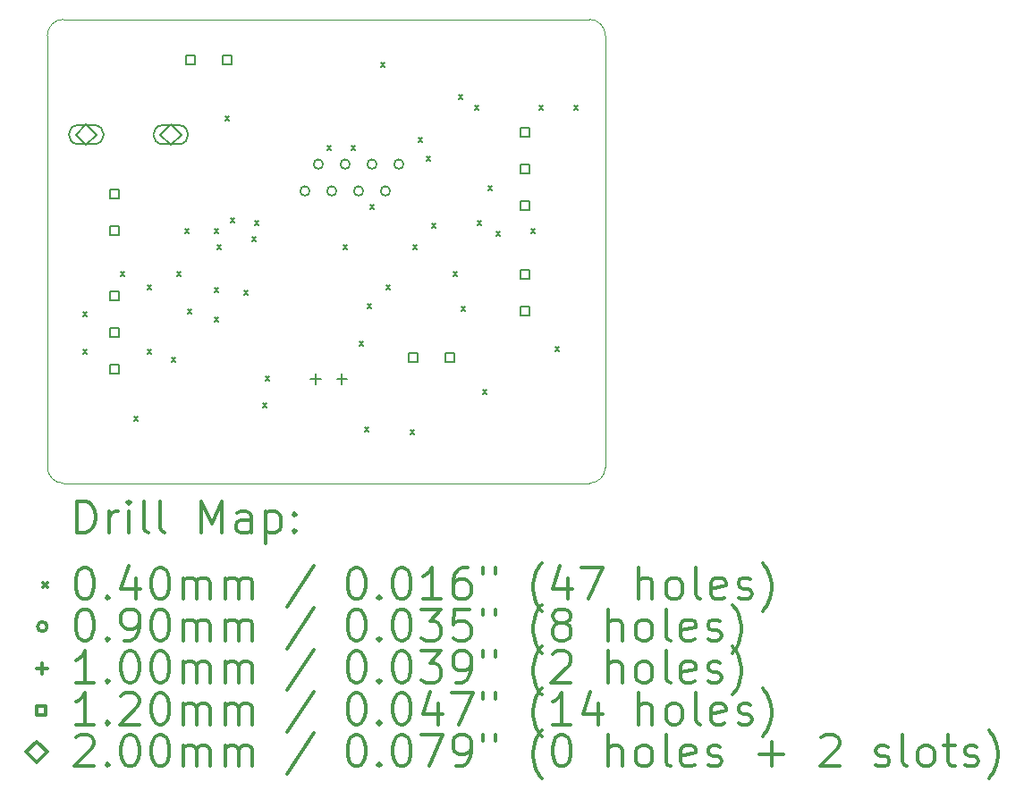
<source format=gbr>
%FSLAX45Y45*%
G04 Gerber Fmt 4.5, Leading zero omitted, Abs format (unit mm)*
G04 Created by KiCad (PCBNEW (5.1.4)-1) date 2021-10-25 09:37:41*
%MOMM*%
%LPD*%
G04 APERTURE LIST*
%ADD10C,0.050000*%
%ADD11C,0.200000*%
%ADD12C,0.300000*%
G04 APERTURE END LIST*
D10*
X8991600Y-9296400D02*
G75*
G02X8839200Y-9144000I0J152400D01*
G01*
X8839200Y-5054600D02*
G75*
G02X8991600Y-4902200I152400J0D01*
G01*
X13970000Y-4902200D02*
G75*
G02X14122400Y-5054600I0J-152400D01*
G01*
X14122400Y-9144000D02*
G75*
G02X13970000Y-9296400I-152400J0D01*
G01*
X8839200Y-9144000D02*
X8839200Y-5054600D01*
X13970000Y-9296400D02*
X8991600Y-9296400D01*
X14122400Y-5054600D02*
X14122400Y-9144000D01*
X8991600Y-4902200D02*
X13970000Y-4902200D01*
D11*
X9174800Y-7676200D02*
X9214800Y-7716200D01*
X9214800Y-7676200D02*
X9174800Y-7716200D01*
X9174800Y-8031800D02*
X9214800Y-8071800D01*
X9214800Y-8031800D02*
X9174800Y-8071800D01*
X9530400Y-7295200D02*
X9570400Y-7335200D01*
X9570400Y-7295200D02*
X9530400Y-7335200D01*
X9657400Y-8666800D02*
X9697400Y-8706800D01*
X9697400Y-8666800D02*
X9657400Y-8706800D01*
X9784400Y-7422200D02*
X9824400Y-7462200D01*
X9824400Y-7422200D02*
X9784400Y-7462200D01*
X9784400Y-8031800D02*
X9824400Y-8071800D01*
X9824400Y-8031800D02*
X9784400Y-8071800D01*
X10013000Y-8108000D02*
X10053000Y-8148000D01*
X10053000Y-8108000D02*
X10013000Y-8148000D01*
X10063800Y-7295200D02*
X10103800Y-7335200D01*
X10103800Y-7295200D02*
X10063800Y-7335200D01*
X10140000Y-6888800D02*
X10180000Y-6928800D01*
X10180000Y-6888800D02*
X10140000Y-6928800D01*
X10165400Y-7650800D02*
X10205400Y-7690800D01*
X10205400Y-7650800D02*
X10165400Y-7690800D01*
X10419400Y-6888800D02*
X10459400Y-6928800D01*
X10459400Y-6888800D02*
X10419400Y-6928800D01*
X10419400Y-7447600D02*
X10459400Y-7487600D01*
X10459400Y-7447600D02*
X10419400Y-7487600D01*
X10419400Y-7727000D02*
X10459400Y-7767000D01*
X10459400Y-7727000D02*
X10419400Y-7767000D01*
X10444800Y-7041200D02*
X10484800Y-7081200D01*
X10484800Y-7041200D02*
X10444800Y-7081200D01*
X10521000Y-5822000D02*
X10561000Y-5862000D01*
X10561000Y-5822000D02*
X10521000Y-5862000D01*
X10571800Y-6787200D02*
X10611800Y-6827200D01*
X10611800Y-6787200D02*
X10571800Y-6827200D01*
X10698800Y-7473000D02*
X10738800Y-7513000D01*
X10738800Y-7473000D02*
X10698800Y-7513000D01*
X10775000Y-6965000D02*
X10815000Y-7005000D01*
X10815000Y-6965000D02*
X10775000Y-7005000D01*
X10800400Y-6812600D02*
X10840400Y-6852600D01*
X10840400Y-6812600D02*
X10800400Y-6852600D01*
X10876600Y-8539800D02*
X10916600Y-8579800D01*
X10916600Y-8539800D02*
X10876600Y-8579800D01*
X10902000Y-8285800D02*
X10942000Y-8325800D01*
X10942000Y-8285800D02*
X10902000Y-8325800D01*
X11486200Y-6101400D02*
X11526200Y-6141400D01*
X11526200Y-6101400D02*
X11486200Y-6141400D01*
X11638600Y-7041200D02*
X11678600Y-7081200D01*
X11678600Y-7041200D02*
X11638600Y-7081200D01*
X11714800Y-6101400D02*
X11754800Y-6141400D01*
X11754800Y-6101400D02*
X11714800Y-6141400D01*
X11791000Y-7955600D02*
X11831000Y-7995600D01*
X11831000Y-7955600D02*
X11791000Y-7995600D01*
X11841800Y-8768400D02*
X11881800Y-8808400D01*
X11881800Y-8768400D02*
X11841800Y-8808400D01*
X11867200Y-7600000D02*
X11907200Y-7640000D01*
X11907200Y-7600000D02*
X11867200Y-7640000D01*
X11892600Y-6660200D02*
X11932600Y-6700200D01*
X11932600Y-6660200D02*
X11892600Y-6700200D01*
X11994200Y-5314000D02*
X12034200Y-5354000D01*
X12034200Y-5314000D02*
X11994200Y-5354000D01*
X12045000Y-7422200D02*
X12085000Y-7462200D01*
X12085000Y-7422200D02*
X12045000Y-7462200D01*
X12273600Y-8793800D02*
X12313600Y-8833800D01*
X12313600Y-8793800D02*
X12273600Y-8833800D01*
X12299000Y-7041200D02*
X12339000Y-7081200D01*
X12339000Y-7041200D02*
X12299000Y-7081200D01*
X12349800Y-6025200D02*
X12389800Y-6065200D01*
X12389800Y-6025200D02*
X12349800Y-6065200D01*
X12426000Y-6203000D02*
X12466000Y-6243000D01*
X12466000Y-6203000D02*
X12426000Y-6243000D01*
X12476800Y-6838000D02*
X12516800Y-6878000D01*
X12516800Y-6838000D02*
X12476800Y-6878000D01*
X12680000Y-7295200D02*
X12720000Y-7335200D01*
X12720000Y-7295200D02*
X12680000Y-7335200D01*
X12730800Y-5618800D02*
X12770800Y-5658800D01*
X12770800Y-5618800D02*
X12730800Y-5658800D01*
X12756200Y-7625400D02*
X12796200Y-7665400D01*
X12796200Y-7625400D02*
X12756200Y-7665400D01*
X12883200Y-5720400D02*
X12923200Y-5760400D01*
X12923200Y-5720400D02*
X12883200Y-5760400D01*
X12908600Y-6812600D02*
X12948600Y-6852600D01*
X12948600Y-6812600D02*
X12908600Y-6852600D01*
X12959400Y-8412800D02*
X12999400Y-8452800D01*
X12999400Y-8412800D02*
X12959400Y-8452800D01*
X13010200Y-6482400D02*
X13050200Y-6522400D01*
X13050200Y-6482400D02*
X13010200Y-6522400D01*
X13086400Y-6914200D02*
X13126400Y-6954200D01*
X13126400Y-6914200D02*
X13086400Y-6954200D01*
X13416600Y-6888800D02*
X13456600Y-6928800D01*
X13456600Y-6888800D02*
X13416600Y-6928800D01*
X13492800Y-5720400D02*
X13532800Y-5760400D01*
X13532800Y-5720400D02*
X13492800Y-5760400D01*
X13645200Y-8006400D02*
X13685200Y-8046400D01*
X13685200Y-8006400D02*
X13645200Y-8046400D01*
X13823000Y-5720400D02*
X13863000Y-5760400D01*
X13863000Y-5720400D02*
X13823000Y-5760400D01*
X11322600Y-6527800D02*
G75*
G03X11322600Y-6527800I-45000J0D01*
G01*
X11449600Y-6273800D02*
G75*
G03X11449600Y-6273800I-45000J0D01*
G01*
X11576600Y-6527800D02*
G75*
G03X11576600Y-6527800I-45000J0D01*
G01*
X11703600Y-6273800D02*
G75*
G03X11703600Y-6273800I-45000J0D01*
G01*
X11830600Y-6527800D02*
G75*
G03X11830600Y-6527800I-45000J0D01*
G01*
X11957600Y-6273800D02*
G75*
G03X11957600Y-6273800I-45000J0D01*
G01*
X12084600Y-6527800D02*
G75*
G03X12084600Y-6527800I-45000J0D01*
G01*
X12211600Y-6273800D02*
G75*
G03X12211600Y-6273800I-45000J0D01*
G01*
X11379200Y-8255800D02*
X11379200Y-8355800D01*
X11329200Y-8305800D02*
X11429200Y-8305800D01*
X11629200Y-8255800D02*
X11629200Y-8355800D01*
X11579200Y-8305800D02*
X11679200Y-8305800D01*
X13402827Y-7357627D02*
X13402827Y-7272773D01*
X13317973Y-7272773D01*
X13317973Y-7357627D01*
X13402827Y-7357627D01*
X13402827Y-7707627D02*
X13402827Y-7622773D01*
X13317973Y-7622773D01*
X13317973Y-7707627D01*
X13402827Y-7707627D01*
X10233427Y-5325627D02*
X10233427Y-5240773D01*
X10148573Y-5240773D01*
X10148573Y-5325627D01*
X10233427Y-5325627D01*
X10583427Y-5325627D02*
X10583427Y-5240773D01*
X10498573Y-5240773D01*
X10498573Y-5325627D01*
X10583427Y-5325627D01*
X12341627Y-8145027D02*
X12341627Y-8060173D01*
X12256773Y-8060173D01*
X12256773Y-8145027D01*
X12341627Y-8145027D01*
X12691627Y-8145027D02*
X12691627Y-8060173D01*
X12606773Y-8060173D01*
X12606773Y-8145027D01*
X12691627Y-8145027D01*
X9516627Y-6595627D02*
X9516627Y-6510773D01*
X9431773Y-6510773D01*
X9431773Y-6595627D01*
X9516627Y-6595627D01*
X9516627Y-6945627D02*
X9516627Y-6860773D01*
X9431773Y-6860773D01*
X9431773Y-6945627D01*
X9516627Y-6945627D01*
X13402827Y-6011427D02*
X13402827Y-5926573D01*
X13317973Y-5926573D01*
X13317973Y-6011427D01*
X13402827Y-6011427D01*
X13402827Y-6361427D02*
X13402827Y-6276573D01*
X13317973Y-6276573D01*
X13317973Y-6361427D01*
X13402827Y-6361427D01*
X13402827Y-6711427D02*
X13402827Y-6626573D01*
X13317973Y-6626573D01*
X13317973Y-6711427D01*
X13402827Y-6711427D01*
X9516627Y-7560827D02*
X9516627Y-7475973D01*
X9431773Y-7475973D01*
X9431773Y-7560827D01*
X9516627Y-7560827D01*
X9516627Y-7910827D02*
X9516627Y-7825973D01*
X9431773Y-7825973D01*
X9431773Y-7910827D01*
X9516627Y-7910827D01*
X9516627Y-8260827D02*
X9516627Y-8175973D01*
X9431773Y-8175973D01*
X9431773Y-8260827D01*
X9516627Y-8260827D01*
X9207600Y-6094400D02*
X9307600Y-5994400D01*
X9207600Y-5894400D01*
X9107600Y-5994400D01*
X9207600Y-6094400D01*
X9282600Y-5904400D02*
X9132600Y-5904400D01*
X9282600Y-6084400D02*
X9132600Y-6084400D01*
X9132600Y-5904400D02*
G75*
G03X9132600Y-6084400I0J-90000D01*
G01*
X9282600Y-6084400D02*
G75*
G03X9282600Y-5904400I0J90000D01*
G01*
X10007600Y-6094400D02*
X10107600Y-5994400D01*
X10007600Y-5894400D01*
X9907600Y-5994400D01*
X10007600Y-6094400D01*
X10082600Y-5904400D02*
X9932600Y-5904400D01*
X10082600Y-6084400D02*
X9932600Y-6084400D01*
X9932600Y-5904400D02*
G75*
G03X9932600Y-6084400I0J-90000D01*
G01*
X10082600Y-6084400D02*
G75*
G03X10082600Y-5904400I0J90000D01*
G01*
D12*
X9123128Y-9764614D02*
X9123128Y-9464614D01*
X9194557Y-9464614D01*
X9237414Y-9478900D01*
X9265986Y-9507472D01*
X9280271Y-9536043D01*
X9294557Y-9593186D01*
X9294557Y-9636043D01*
X9280271Y-9693186D01*
X9265986Y-9721757D01*
X9237414Y-9750329D01*
X9194557Y-9764614D01*
X9123128Y-9764614D01*
X9423128Y-9764614D02*
X9423128Y-9564614D01*
X9423128Y-9621757D02*
X9437414Y-9593186D01*
X9451700Y-9578900D01*
X9480271Y-9564614D01*
X9508843Y-9564614D01*
X9608843Y-9764614D02*
X9608843Y-9564614D01*
X9608843Y-9464614D02*
X9594557Y-9478900D01*
X9608843Y-9493186D01*
X9623128Y-9478900D01*
X9608843Y-9464614D01*
X9608843Y-9493186D01*
X9794557Y-9764614D02*
X9765986Y-9750329D01*
X9751700Y-9721757D01*
X9751700Y-9464614D01*
X9951700Y-9764614D02*
X9923128Y-9750329D01*
X9908843Y-9721757D01*
X9908843Y-9464614D01*
X10294557Y-9764614D02*
X10294557Y-9464614D01*
X10394557Y-9678900D01*
X10494557Y-9464614D01*
X10494557Y-9764614D01*
X10765986Y-9764614D02*
X10765986Y-9607472D01*
X10751700Y-9578900D01*
X10723128Y-9564614D01*
X10665986Y-9564614D01*
X10637414Y-9578900D01*
X10765986Y-9750329D02*
X10737414Y-9764614D01*
X10665986Y-9764614D01*
X10637414Y-9750329D01*
X10623128Y-9721757D01*
X10623128Y-9693186D01*
X10637414Y-9664614D01*
X10665986Y-9650329D01*
X10737414Y-9650329D01*
X10765986Y-9636043D01*
X10908843Y-9564614D02*
X10908843Y-9864614D01*
X10908843Y-9578900D02*
X10937414Y-9564614D01*
X10994557Y-9564614D01*
X11023128Y-9578900D01*
X11037414Y-9593186D01*
X11051700Y-9621757D01*
X11051700Y-9707472D01*
X11037414Y-9736043D01*
X11023128Y-9750329D01*
X10994557Y-9764614D01*
X10937414Y-9764614D01*
X10908843Y-9750329D01*
X11180271Y-9736043D02*
X11194557Y-9750329D01*
X11180271Y-9764614D01*
X11165986Y-9750329D01*
X11180271Y-9736043D01*
X11180271Y-9764614D01*
X11180271Y-9578900D02*
X11194557Y-9593186D01*
X11180271Y-9607472D01*
X11165986Y-9593186D01*
X11180271Y-9578900D01*
X11180271Y-9607472D01*
X8796700Y-10238900D02*
X8836700Y-10278900D01*
X8836700Y-10238900D02*
X8796700Y-10278900D01*
X9180271Y-10094614D02*
X9208843Y-10094614D01*
X9237414Y-10108900D01*
X9251700Y-10123186D01*
X9265986Y-10151757D01*
X9280271Y-10208900D01*
X9280271Y-10280329D01*
X9265986Y-10337472D01*
X9251700Y-10366043D01*
X9237414Y-10380329D01*
X9208843Y-10394614D01*
X9180271Y-10394614D01*
X9151700Y-10380329D01*
X9137414Y-10366043D01*
X9123128Y-10337472D01*
X9108843Y-10280329D01*
X9108843Y-10208900D01*
X9123128Y-10151757D01*
X9137414Y-10123186D01*
X9151700Y-10108900D01*
X9180271Y-10094614D01*
X9408843Y-10366043D02*
X9423128Y-10380329D01*
X9408843Y-10394614D01*
X9394557Y-10380329D01*
X9408843Y-10366043D01*
X9408843Y-10394614D01*
X9680271Y-10194614D02*
X9680271Y-10394614D01*
X9608843Y-10080329D02*
X9537414Y-10294614D01*
X9723128Y-10294614D01*
X9894557Y-10094614D02*
X9923128Y-10094614D01*
X9951700Y-10108900D01*
X9965986Y-10123186D01*
X9980271Y-10151757D01*
X9994557Y-10208900D01*
X9994557Y-10280329D01*
X9980271Y-10337472D01*
X9965986Y-10366043D01*
X9951700Y-10380329D01*
X9923128Y-10394614D01*
X9894557Y-10394614D01*
X9865986Y-10380329D01*
X9851700Y-10366043D01*
X9837414Y-10337472D01*
X9823128Y-10280329D01*
X9823128Y-10208900D01*
X9837414Y-10151757D01*
X9851700Y-10123186D01*
X9865986Y-10108900D01*
X9894557Y-10094614D01*
X10123128Y-10394614D02*
X10123128Y-10194614D01*
X10123128Y-10223186D02*
X10137414Y-10208900D01*
X10165986Y-10194614D01*
X10208843Y-10194614D01*
X10237414Y-10208900D01*
X10251700Y-10237472D01*
X10251700Y-10394614D01*
X10251700Y-10237472D02*
X10265986Y-10208900D01*
X10294557Y-10194614D01*
X10337414Y-10194614D01*
X10365986Y-10208900D01*
X10380271Y-10237472D01*
X10380271Y-10394614D01*
X10523128Y-10394614D02*
X10523128Y-10194614D01*
X10523128Y-10223186D02*
X10537414Y-10208900D01*
X10565986Y-10194614D01*
X10608843Y-10194614D01*
X10637414Y-10208900D01*
X10651700Y-10237472D01*
X10651700Y-10394614D01*
X10651700Y-10237472D02*
X10665986Y-10208900D01*
X10694557Y-10194614D01*
X10737414Y-10194614D01*
X10765986Y-10208900D01*
X10780271Y-10237472D01*
X10780271Y-10394614D01*
X11365986Y-10080329D02*
X11108843Y-10466043D01*
X11751700Y-10094614D02*
X11780271Y-10094614D01*
X11808843Y-10108900D01*
X11823128Y-10123186D01*
X11837414Y-10151757D01*
X11851700Y-10208900D01*
X11851700Y-10280329D01*
X11837414Y-10337472D01*
X11823128Y-10366043D01*
X11808843Y-10380329D01*
X11780271Y-10394614D01*
X11751700Y-10394614D01*
X11723128Y-10380329D01*
X11708843Y-10366043D01*
X11694557Y-10337472D01*
X11680271Y-10280329D01*
X11680271Y-10208900D01*
X11694557Y-10151757D01*
X11708843Y-10123186D01*
X11723128Y-10108900D01*
X11751700Y-10094614D01*
X11980271Y-10366043D02*
X11994557Y-10380329D01*
X11980271Y-10394614D01*
X11965986Y-10380329D01*
X11980271Y-10366043D01*
X11980271Y-10394614D01*
X12180271Y-10094614D02*
X12208843Y-10094614D01*
X12237414Y-10108900D01*
X12251700Y-10123186D01*
X12265986Y-10151757D01*
X12280271Y-10208900D01*
X12280271Y-10280329D01*
X12265986Y-10337472D01*
X12251700Y-10366043D01*
X12237414Y-10380329D01*
X12208843Y-10394614D01*
X12180271Y-10394614D01*
X12151700Y-10380329D01*
X12137414Y-10366043D01*
X12123128Y-10337472D01*
X12108843Y-10280329D01*
X12108843Y-10208900D01*
X12123128Y-10151757D01*
X12137414Y-10123186D01*
X12151700Y-10108900D01*
X12180271Y-10094614D01*
X12565986Y-10394614D02*
X12394557Y-10394614D01*
X12480271Y-10394614D02*
X12480271Y-10094614D01*
X12451700Y-10137472D01*
X12423128Y-10166043D01*
X12394557Y-10180329D01*
X12823128Y-10094614D02*
X12765986Y-10094614D01*
X12737414Y-10108900D01*
X12723128Y-10123186D01*
X12694557Y-10166043D01*
X12680271Y-10223186D01*
X12680271Y-10337472D01*
X12694557Y-10366043D01*
X12708843Y-10380329D01*
X12737414Y-10394614D01*
X12794557Y-10394614D01*
X12823128Y-10380329D01*
X12837414Y-10366043D01*
X12851700Y-10337472D01*
X12851700Y-10266043D01*
X12837414Y-10237472D01*
X12823128Y-10223186D01*
X12794557Y-10208900D01*
X12737414Y-10208900D01*
X12708843Y-10223186D01*
X12694557Y-10237472D01*
X12680271Y-10266043D01*
X12965986Y-10094614D02*
X12965986Y-10151757D01*
X13080271Y-10094614D02*
X13080271Y-10151757D01*
X13523128Y-10508900D02*
X13508843Y-10494614D01*
X13480271Y-10451757D01*
X13465986Y-10423186D01*
X13451700Y-10380329D01*
X13437414Y-10308900D01*
X13437414Y-10251757D01*
X13451700Y-10180329D01*
X13465986Y-10137472D01*
X13480271Y-10108900D01*
X13508843Y-10066043D01*
X13523128Y-10051757D01*
X13765986Y-10194614D02*
X13765986Y-10394614D01*
X13694557Y-10080329D02*
X13623128Y-10294614D01*
X13808843Y-10294614D01*
X13894557Y-10094614D02*
X14094557Y-10094614D01*
X13965986Y-10394614D01*
X14437414Y-10394614D02*
X14437414Y-10094614D01*
X14565986Y-10394614D02*
X14565986Y-10237472D01*
X14551700Y-10208900D01*
X14523128Y-10194614D01*
X14480271Y-10194614D01*
X14451700Y-10208900D01*
X14437414Y-10223186D01*
X14751700Y-10394614D02*
X14723128Y-10380329D01*
X14708843Y-10366043D01*
X14694557Y-10337472D01*
X14694557Y-10251757D01*
X14708843Y-10223186D01*
X14723128Y-10208900D01*
X14751700Y-10194614D01*
X14794557Y-10194614D01*
X14823128Y-10208900D01*
X14837414Y-10223186D01*
X14851700Y-10251757D01*
X14851700Y-10337472D01*
X14837414Y-10366043D01*
X14823128Y-10380329D01*
X14794557Y-10394614D01*
X14751700Y-10394614D01*
X15023128Y-10394614D02*
X14994557Y-10380329D01*
X14980271Y-10351757D01*
X14980271Y-10094614D01*
X15251700Y-10380329D02*
X15223128Y-10394614D01*
X15165986Y-10394614D01*
X15137414Y-10380329D01*
X15123128Y-10351757D01*
X15123128Y-10237472D01*
X15137414Y-10208900D01*
X15165986Y-10194614D01*
X15223128Y-10194614D01*
X15251700Y-10208900D01*
X15265986Y-10237472D01*
X15265986Y-10266043D01*
X15123128Y-10294614D01*
X15380271Y-10380329D02*
X15408843Y-10394614D01*
X15465986Y-10394614D01*
X15494557Y-10380329D01*
X15508843Y-10351757D01*
X15508843Y-10337472D01*
X15494557Y-10308900D01*
X15465986Y-10294614D01*
X15423128Y-10294614D01*
X15394557Y-10280329D01*
X15380271Y-10251757D01*
X15380271Y-10237472D01*
X15394557Y-10208900D01*
X15423128Y-10194614D01*
X15465986Y-10194614D01*
X15494557Y-10208900D01*
X15608843Y-10508900D02*
X15623128Y-10494614D01*
X15651700Y-10451757D01*
X15665986Y-10423186D01*
X15680271Y-10380329D01*
X15694557Y-10308900D01*
X15694557Y-10251757D01*
X15680271Y-10180329D01*
X15665986Y-10137472D01*
X15651700Y-10108900D01*
X15623128Y-10066043D01*
X15608843Y-10051757D01*
X8836700Y-10654900D02*
G75*
G03X8836700Y-10654900I-45000J0D01*
G01*
X9180271Y-10490614D02*
X9208843Y-10490614D01*
X9237414Y-10504900D01*
X9251700Y-10519186D01*
X9265986Y-10547757D01*
X9280271Y-10604900D01*
X9280271Y-10676329D01*
X9265986Y-10733472D01*
X9251700Y-10762043D01*
X9237414Y-10776329D01*
X9208843Y-10790614D01*
X9180271Y-10790614D01*
X9151700Y-10776329D01*
X9137414Y-10762043D01*
X9123128Y-10733472D01*
X9108843Y-10676329D01*
X9108843Y-10604900D01*
X9123128Y-10547757D01*
X9137414Y-10519186D01*
X9151700Y-10504900D01*
X9180271Y-10490614D01*
X9408843Y-10762043D02*
X9423128Y-10776329D01*
X9408843Y-10790614D01*
X9394557Y-10776329D01*
X9408843Y-10762043D01*
X9408843Y-10790614D01*
X9565986Y-10790614D02*
X9623128Y-10790614D01*
X9651700Y-10776329D01*
X9665986Y-10762043D01*
X9694557Y-10719186D01*
X9708843Y-10662043D01*
X9708843Y-10547757D01*
X9694557Y-10519186D01*
X9680271Y-10504900D01*
X9651700Y-10490614D01*
X9594557Y-10490614D01*
X9565986Y-10504900D01*
X9551700Y-10519186D01*
X9537414Y-10547757D01*
X9537414Y-10619186D01*
X9551700Y-10647757D01*
X9565986Y-10662043D01*
X9594557Y-10676329D01*
X9651700Y-10676329D01*
X9680271Y-10662043D01*
X9694557Y-10647757D01*
X9708843Y-10619186D01*
X9894557Y-10490614D02*
X9923128Y-10490614D01*
X9951700Y-10504900D01*
X9965986Y-10519186D01*
X9980271Y-10547757D01*
X9994557Y-10604900D01*
X9994557Y-10676329D01*
X9980271Y-10733472D01*
X9965986Y-10762043D01*
X9951700Y-10776329D01*
X9923128Y-10790614D01*
X9894557Y-10790614D01*
X9865986Y-10776329D01*
X9851700Y-10762043D01*
X9837414Y-10733472D01*
X9823128Y-10676329D01*
X9823128Y-10604900D01*
X9837414Y-10547757D01*
X9851700Y-10519186D01*
X9865986Y-10504900D01*
X9894557Y-10490614D01*
X10123128Y-10790614D02*
X10123128Y-10590614D01*
X10123128Y-10619186D02*
X10137414Y-10604900D01*
X10165986Y-10590614D01*
X10208843Y-10590614D01*
X10237414Y-10604900D01*
X10251700Y-10633472D01*
X10251700Y-10790614D01*
X10251700Y-10633472D02*
X10265986Y-10604900D01*
X10294557Y-10590614D01*
X10337414Y-10590614D01*
X10365986Y-10604900D01*
X10380271Y-10633472D01*
X10380271Y-10790614D01*
X10523128Y-10790614D02*
X10523128Y-10590614D01*
X10523128Y-10619186D02*
X10537414Y-10604900D01*
X10565986Y-10590614D01*
X10608843Y-10590614D01*
X10637414Y-10604900D01*
X10651700Y-10633472D01*
X10651700Y-10790614D01*
X10651700Y-10633472D02*
X10665986Y-10604900D01*
X10694557Y-10590614D01*
X10737414Y-10590614D01*
X10765986Y-10604900D01*
X10780271Y-10633472D01*
X10780271Y-10790614D01*
X11365986Y-10476329D02*
X11108843Y-10862043D01*
X11751700Y-10490614D02*
X11780271Y-10490614D01*
X11808843Y-10504900D01*
X11823128Y-10519186D01*
X11837414Y-10547757D01*
X11851700Y-10604900D01*
X11851700Y-10676329D01*
X11837414Y-10733472D01*
X11823128Y-10762043D01*
X11808843Y-10776329D01*
X11780271Y-10790614D01*
X11751700Y-10790614D01*
X11723128Y-10776329D01*
X11708843Y-10762043D01*
X11694557Y-10733472D01*
X11680271Y-10676329D01*
X11680271Y-10604900D01*
X11694557Y-10547757D01*
X11708843Y-10519186D01*
X11723128Y-10504900D01*
X11751700Y-10490614D01*
X11980271Y-10762043D02*
X11994557Y-10776329D01*
X11980271Y-10790614D01*
X11965986Y-10776329D01*
X11980271Y-10762043D01*
X11980271Y-10790614D01*
X12180271Y-10490614D02*
X12208843Y-10490614D01*
X12237414Y-10504900D01*
X12251700Y-10519186D01*
X12265986Y-10547757D01*
X12280271Y-10604900D01*
X12280271Y-10676329D01*
X12265986Y-10733472D01*
X12251700Y-10762043D01*
X12237414Y-10776329D01*
X12208843Y-10790614D01*
X12180271Y-10790614D01*
X12151700Y-10776329D01*
X12137414Y-10762043D01*
X12123128Y-10733472D01*
X12108843Y-10676329D01*
X12108843Y-10604900D01*
X12123128Y-10547757D01*
X12137414Y-10519186D01*
X12151700Y-10504900D01*
X12180271Y-10490614D01*
X12380271Y-10490614D02*
X12565986Y-10490614D01*
X12465986Y-10604900D01*
X12508843Y-10604900D01*
X12537414Y-10619186D01*
X12551700Y-10633472D01*
X12565986Y-10662043D01*
X12565986Y-10733472D01*
X12551700Y-10762043D01*
X12537414Y-10776329D01*
X12508843Y-10790614D01*
X12423128Y-10790614D01*
X12394557Y-10776329D01*
X12380271Y-10762043D01*
X12837414Y-10490614D02*
X12694557Y-10490614D01*
X12680271Y-10633472D01*
X12694557Y-10619186D01*
X12723128Y-10604900D01*
X12794557Y-10604900D01*
X12823128Y-10619186D01*
X12837414Y-10633472D01*
X12851700Y-10662043D01*
X12851700Y-10733472D01*
X12837414Y-10762043D01*
X12823128Y-10776329D01*
X12794557Y-10790614D01*
X12723128Y-10790614D01*
X12694557Y-10776329D01*
X12680271Y-10762043D01*
X12965986Y-10490614D02*
X12965986Y-10547757D01*
X13080271Y-10490614D02*
X13080271Y-10547757D01*
X13523128Y-10904900D02*
X13508843Y-10890614D01*
X13480271Y-10847757D01*
X13465986Y-10819186D01*
X13451700Y-10776329D01*
X13437414Y-10704900D01*
X13437414Y-10647757D01*
X13451700Y-10576329D01*
X13465986Y-10533472D01*
X13480271Y-10504900D01*
X13508843Y-10462043D01*
X13523128Y-10447757D01*
X13680271Y-10619186D02*
X13651700Y-10604900D01*
X13637414Y-10590614D01*
X13623128Y-10562043D01*
X13623128Y-10547757D01*
X13637414Y-10519186D01*
X13651700Y-10504900D01*
X13680271Y-10490614D01*
X13737414Y-10490614D01*
X13765986Y-10504900D01*
X13780271Y-10519186D01*
X13794557Y-10547757D01*
X13794557Y-10562043D01*
X13780271Y-10590614D01*
X13765986Y-10604900D01*
X13737414Y-10619186D01*
X13680271Y-10619186D01*
X13651700Y-10633472D01*
X13637414Y-10647757D01*
X13623128Y-10676329D01*
X13623128Y-10733472D01*
X13637414Y-10762043D01*
X13651700Y-10776329D01*
X13680271Y-10790614D01*
X13737414Y-10790614D01*
X13765986Y-10776329D01*
X13780271Y-10762043D01*
X13794557Y-10733472D01*
X13794557Y-10676329D01*
X13780271Y-10647757D01*
X13765986Y-10633472D01*
X13737414Y-10619186D01*
X14151700Y-10790614D02*
X14151700Y-10490614D01*
X14280271Y-10790614D02*
X14280271Y-10633472D01*
X14265986Y-10604900D01*
X14237414Y-10590614D01*
X14194557Y-10590614D01*
X14165986Y-10604900D01*
X14151700Y-10619186D01*
X14465986Y-10790614D02*
X14437414Y-10776329D01*
X14423128Y-10762043D01*
X14408843Y-10733472D01*
X14408843Y-10647757D01*
X14423128Y-10619186D01*
X14437414Y-10604900D01*
X14465986Y-10590614D01*
X14508843Y-10590614D01*
X14537414Y-10604900D01*
X14551700Y-10619186D01*
X14565986Y-10647757D01*
X14565986Y-10733472D01*
X14551700Y-10762043D01*
X14537414Y-10776329D01*
X14508843Y-10790614D01*
X14465986Y-10790614D01*
X14737414Y-10790614D02*
X14708843Y-10776329D01*
X14694557Y-10747757D01*
X14694557Y-10490614D01*
X14965986Y-10776329D02*
X14937414Y-10790614D01*
X14880271Y-10790614D01*
X14851700Y-10776329D01*
X14837414Y-10747757D01*
X14837414Y-10633472D01*
X14851700Y-10604900D01*
X14880271Y-10590614D01*
X14937414Y-10590614D01*
X14965986Y-10604900D01*
X14980271Y-10633472D01*
X14980271Y-10662043D01*
X14837414Y-10690614D01*
X15094557Y-10776329D02*
X15123128Y-10790614D01*
X15180271Y-10790614D01*
X15208843Y-10776329D01*
X15223128Y-10747757D01*
X15223128Y-10733472D01*
X15208843Y-10704900D01*
X15180271Y-10690614D01*
X15137414Y-10690614D01*
X15108843Y-10676329D01*
X15094557Y-10647757D01*
X15094557Y-10633472D01*
X15108843Y-10604900D01*
X15137414Y-10590614D01*
X15180271Y-10590614D01*
X15208843Y-10604900D01*
X15323128Y-10904900D02*
X15337414Y-10890614D01*
X15365986Y-10847757D01*
X15380271Y-10819186D01*
X15394557Y-10776329D01*
X15408843Y-10704900D01*
X15408843Y-10647757D01*
X15394557Y-10576329D01*
X15380271Y-10533472D01*
X15365986Y-10504900D01*
X15337414Y-10462043D01*
X15323128Y-10447757D01*
X8786700Y-11000900D02*
X8786700Y-11100900D01*
X8736700Y-11050900D02*
X8836700Y-11050900D01*
X9280271Y-11186614D02*
X9108843Y-11186614D01*
X9194557Y-11186614D02*
X9194557Y-10886614D01*
X9165986Y-10929472D01*
X9137414Y-10958043D01*
X9108843Y-10972329D01*
X9408843Y-11158043D02*
X9423128Y-11172329D01*
X9408843Y-11186614D01*
X9394557Y-11172329D01*
X9408843Y-11158043D01*
X9408843Y-11186614D01*
X9608843Y-10886614D02*
X9637414Y-10886614D01*
X9665986Y-10900900D01*
X9680271Y-10915186D01*
X9694557Y-10943757D01*
X9708843Y-11000900D01*
X9708843Y-11072329D01*
X9694557Y-11129472D01*
X9680271Y-11158043D01*
X9665986Y-11172329D01*
X9637414Y-11186614D01*
X9608843Y-11186614D01*
X9580271Y-11172329D01*
X9565986Y-11158043D01*
X9551700Y-11129472D01*
X9537414Y-11072329D01*
X9537414Y-11000900D01*
X9551700Y-10943757D01*
X9565986Y-10915186D01*
X9580271Y-10900900D01*
X9608843Y-10886614D01*
X9894557Y-10886614D02*
X9923128Y-10886614D01*
X9951700Y-10900900D01*
X9965986Y-10915186D01*
X9980271Y-10943757D01*
X9994557Y-11000900D01*
X9994557Y-11072329D01*
X9980271Y-11129472D01*
X9965986Y-11158043D01*
X9951700Y-11172329D01*
X9923128Y-11186614D01*
X9894557Y-11186614D01*
X9865986Y-11172329D01*
X9851700Y-11158043D01*
X9837414Y-11129472D01*
X9823128Y-11072329D01*
X9823128Y-11000900D01*
X9837414Y-10943757D01*
X9851700Y-10915186D01*
X9865986Y-10900900D01*
X9894557Y-10886614D01*
X10123128Y-11186614D02*
X10123128Y-10986614D01*
X10123128Y-11015186D02*
X10137414Y-11000900D01*
X10165986Y-10986614D01*
X10208843Y-10986614D01*
X10237414Y-11000900D01*
X10251700Y-11029472D01*
X10251700Y-11186614D01*
X10251700Y-11029472D02*
X10265986Y-11000900D01*
X10294557Y-10986614D01*
X10337414Y-10986614D01*
X10365986Y-11000900D01*
X10380271Y-11029472D01*
X10380271Y-11186614D01*
X10523128Y-11186614D02*
X10523128Y-10986614D01*
X10523128Y-11015186D02*
X10537414Y-11000900D01*
X10565986Y-10986614D01*
X10608843Y-10986614D01*
X10637414Y-11000900D01*
X10651700Y-11029472D01*
X10651700Y-11186614D01*
X10651700Y-11029472D02*
X10665986Y-11000900D01*
X10694557Y-10986614D01*
X10737414Y-10986614D01*
X10765986Y-11000900D01*
X10780271Y-11029472D01*
X10780271Y-11186614D01*
X11365986Y-10872329D02*
X11108843Y-11258043D01*
X11751700Y-10886614D02*
X11780271Y-10886614D01*
X11808843Y-10900900D01*
X11823128Y-10915186D01*
X11837414Y-10943757D01*
X11851700Y-11000900D01*
X11851700Y-11072329D01*
X11837414Y-11129472D01*
X11823128Y-11158043D01*
X11808843Y-11172329D01*
X11780271Y-11186614D01*
X11751700Y-11186614D01*
X11723128Y-11172329D01*
X11708843Y-11158043D01*
X11694557Y-11129472D01*
X11680271Y-11072329D01*
X11680271Y-11000900D01*
X11694557Y-10943757D01*
X11708843Y-10915186D01*
X11723128Y-10900900D01*
X11751700Y-10886614D01*
X11980271Y-11158043D02*
X11994557Y-11172329D01*
X11980271Y-11186614D01*
X11965986Y-11172329D01*
X11980271Y-11158043D01*
X11980271Y-11186614D01*
X12180271Y-10886614D02*
X12208843Y-10886614D01*
X12237414Y-10900900D01*
X12251700Y-10915186D01*
X12265986Y-10943757D01*
X12280271Y-11000900D01*
X12280271Y-11072329D01*
X12265986Y-11129472D01*
X12251700Y-11158043D01*
X12237414Y-11172329D01*
X12208843Y-11186614D01*
X12180271Y-11186614D01*
X12151700Y-11172329D01*
X12137414Y-11158043D01*
X12123128Y-11129472D01*
X12108843Y-11072329D01*
X12108843Y-11000900D01*
X12123128Y-10943757D01*
X12137414Y-10915186D01*
X12151700Y-10900900D01*
X12180271Y-10886614D01*
X12380271Y-10886614D02*
X12565986Y-10886614D01*
X12465986Y-11000900D01*
X12508843Y-11000900D01*
X12537414Y-11015186D01*
X12551700Y-11029472D01*
X12565986Y-11058043D01*
X12565986Y-11129472D01*
X12551700Y-11158043D01*
X12537414Y-11172329D01*
X12508843Y-11186614D01*
X12423128Y-11186614D01*
X12394557Y-11172329D01*
X12380271Y-11158043D01*
X12708843Y-11186614D02*
X12765986Y-11186614D01*
X12794557Y-11172329D01*
X12808843Y-11158043D01*
X12837414Y-11115186D01*
X12851700Y-11058043D01*
X12851700Y-10943757D01*
X12837414Y-10915186D01*
X12823128Y-10900900D01*
X12794557Y-10886614D01*
X12737414Y-10886614D01*
X12708843Y-10900900D01*
X12694557Y-10915186D01*
X12680271Y-10943757D01*
X12680271Y-11015186D01*
X12694557Y-11043757D01*
X12708843Y-11058043D01*
X12737414Y-11072329D01*
X12794557Y-11072329D01*
X12823128Y-11058043D01*
X12837414Y-11043757D01*
X12851700Y-11015186D01*
X12965986Y-10886614D02*
X12965986Y-10943757D01*
X13080271Y-10886614D02*
X13080271Y-10943757D01*
X13523128Y-11300900D02*
X13508843Y-11286614D01*
X13480271Y-11243757D01*
X13465986Y-11215186D01*
X13451700Y-11172329D01*
X13437414Y-11100900D01*
X13437414Y-11043757D01*
X13451700Y-10972329D01*
X13465986Y-10929472D01*
X13480271Y-10900900D01*
X13508843Y-10858043D01*
X13523128Y-10843757D01*
X13623128Y-10915186D02*
X13637414Y-10900900D01*
X13665986Y-10886614D01*
X13737414Y-10886614D01*
X13765986Y-10900900D01*
X13780271Y-10915186D01*
X13794557Y-10943757D01*
X13794557Y-10972329D01*
X13780271Y-11015186D01*
X13608843Y-11186614D01*
X13794557Y-11186614D01*
X14151700Y-11186614D02*
X14151700Y-10886614D01*
X14280271Y-11186614D02*
X14280271Y-11029472D01*
X14265986Y-11000900D01*
X14237414Y-10986614D01*
X14194557Y-10986614D01*
X14165986Y-11000900D01*
X14151700Y-11015186D01*
X14465986Y-11186614D02*
X14437414Y-11172329D01*
X14423128Y-11158043D01*
X14408843Y-11129472D01*
X14408843Y-11043757D01*
X14423128Y-11015186D01*
X14437414Y-11000900D01*
X14465986Y-10986614D01*
X14508843Y-10986614D01*
X14537414Y-11000900D01*
X14551700Y-11015186D01*
X14565986Y-11043757D01*
X14565986Y-11129472D01*
X14551700Y-11158043D01*
X14537414Y-11172329D01*
X14508843Y-11186614D01*
X14465986Y-11186614D01*
X14737414Y-11186614D02*
X14708843Y-11172329D01*
X14694557Y-11143757D01*
X14694557Y-10886614D01*
X14965986Y-11172329D02*
X14937414Y-11186614D01*
X14880271Y-11186614D01*
X14851700Y-11172329D01*
X14837414Y-11143757D01*
X14837414Y-11029472D01*
X14851700Y-11000900D01*
X14880271Y-10986614D01*
X14937414Y-10986614D01*
X14965986Y-11000900D01*
X14980271Y-11029472D01*
X14980271Y-11058043D01*
X14837414Y-11086614D01*
X15094557Y-11172329D02*
X15123128Y-11186614D01*
X15180271Y-11186614D01*
X15208843Y-11172329D01*
X15223128Y-11143757D01*
X15223128Y-11129472D01*
X15208843Y-11100900D01*
X15180271Y-11086614D01*
X15137414Y-11086614D01*
X15108843Y-11072329D01*
X15094557Y-11043757D01*
X15094557Y-11029472D01*
X15108843Y-11000900D01*
X15137414Y-10986614D01*
X15180271Y-10986614D01*
X15208843Y-11000900D01*
X15323128Y-11300900D02*
X15337414Y-11286614D01*
X15365986Y-11243757D01*
X15380271Y-11215186D01*
X15394557Y-11172329D01*
X15408843Y-11100900D01*
X15408843Y-11043757D01*
X15394557Y-10972329D01*
X15380271Y-10929472D01*
X15365986Y-10900900D01*
X15337414Y-10858043D01*
X15323128Y-10843757D01*
X8819127Y-11489327D02*
X8819127Y-11404473D01*
X8734273Y-11404473D01*
X8734273Y-11489327D01*
X8819127Y-11489327D01*
X9280271Y-11582614D02*
X9108843Y-11582614D01*
X9194557Y-11582614D02*
X9194557Y-11282614D01*
X9165986Y-11325471D01*
X9137414Y-11354043D01*
X9108843Y-11368329D01*
X9408843Y-11554043D02*
X9423128Y-11568329D01*
X9408843Y-11582614D01*
X9394557Y-11568329D01*
X9408843Y-11554043D01*
X9408843Y-11582614D01*
X9537414Y-11311186D02*
X9551700Y-11296900D01*
X9580271Y-11282614D01*
X9651700Y-11282614D01*
X9680271Y-11296900D01*
X9694557Y-11311186D01*
X9708843Y-11339757D01*
X9708843Y-11368329D01*
X9694557Y-11411186D01*
X9523128Y-11582614D01*
X9708843Y-11582614D01*
X9894557Y-11282614D02*
X9923128Y-11282614D01*
X9951700Y-11296900D01*
X9965986Y-11311186D01*
X9980271Y-11339757D01*
X9994557Y-11396900D01*
X9994557Y-11468329D01*
X9980271Y-11525471D01*
X9965986Y-11554043D01*
X9951700Y-11568329D01*
X9923128Y-11582614D01*
X9894557Y-11582614D01*
X9865986Y-11568329D01*
X9851700Y-11554043D01*
X9837414Y-11525471D01*
X9823128Y-11468329D01*
X9823128Y-11396900D01*
X9837414Y-11339757D01*
X9851700Y-11311186D01*
X9865986Y-11296900D01*
X9894557Y-11282614D01*
X10123128Y-11582614D02*
X10123128Y-11382614D01*
X10123128Y-11411186D02*
X10137414Y-11396900D01*
X10165986Y-11382614D01*
X10208843Y-11382614D01*
X10237414Y-11396900D01*
X10251700Y-11425471D01*
X10251700Y-11582614D01*
X10251700Y-11425471D02*
X10265986Y-11396900D01*
X10294557Y-11382614D01*
X10337414Y-11382614D01*
X10365986Y-11396900D01*
X10380271Y-11425471D01*
X10380271Y-11582614D01*
X10523128Y-11582614D02*
X10523128Y-11382614D01*
X10523128Y-11411186D02*
X10537414Y-11396900D01*
X10565986Y-11382614D01*
X10608843Y-11382614D01*
X10637414Y-11396900D01*
X10651700Y-11425471D01*
X10651700Y-11582614D01*
X10651700Y-11425471D02*
X10665986Y-11396900D01*
X10694557Y-11382614D01*
X10737414Y-11382614D01*
X10765986Y-11396900D01*
X10780271Y-11425471D01*
X10780271Y-11582614D01*
X11365986Y-11268329D02*
X11108843Y-11654043D01*
X11751700Y-11282614D02*
X11780271Y-11282614D01*
X11808843Y-11296900D01*
X11823128Y-11311186D01*
X11837414Y-11339757D01*
X11851700Y-11396900D01*
X11851700Y-11468329D01*
X11837414Y-11525471D01*
X11823128Y-11554043D01*
X11808843Y-11568329D01*
X11780271Y-11582614D01*
X11751700Y-11582614D01*
X11723128Y-11568329D01*
X11708843Y-11554043D01*
X11694557Y-11525471D01*
X11680271Y-11468329D01*
X11680271Y-11396900D01*
X11694557Y-11339757D01*
X11708843Y-11311186D01*
X11723128Y-11296900D01*
X11751700Y-11282614D01*
X11980271Y-11554043D02*
X11994557Y-11568329D01*
X11980271Y-11582614D01*
X11965986Y-11568329D01*
X11980271Y-11554043D01*
X11980271Y-11582614D01*
X12180271Y-11282614D02*
X12208843Y-11282614D01*
X12237414Y-11296900D01*
X12251700Y-11311186D01*
X12265986Y-11339757D01*
X12280271Y-11396900D01*
X12280271Y-11468329D01*
X12265986Y-11525471D01*
X12251700Y-11554043D01*
X12237414Y-11568329D01*
X12208843Y-11582614D01*
X12180271Y-11582614D01*
X12151700Y-11568329D01*
X12137414Y-11554043D01*
X12123128Y-11525471D01*
X12108843Y-11468329D01*
X12108843Y-11396900D01*
X12123128Y-11339757D01*
X12137414Y-11311186D01*
X12151700Y-11296900D01*
X12180271Y-11282614D01*
X12537414Y-11382614D02*
X12537414Y-11582614D01*
X12465986Y-11268329D02*
X12394557Y-11482614D01*
X12580271Y-11482614D01*
X12665986Y-11282614D02*
X12865986Y-11282614D01*
X12737414Y-11582614D01*
X12965986Y-11282614D02*
X12965986Y-11339757D01*
X13080271Y-11282614D02*
X13080271Y-11339757D01*
X13523128Y-11696900D02*
X13508843Y-11682614D01*
X13480271Y-11639757D01*
X13465986Y-11611186D01*
X13451700Y-11568329D01*
X13437414Y-11496900D01*
X13437414Y-11439757D01*
X13451700Y-11368329D01*
X13465986Y-11325471D01*
X13480271Y-11296900D01*
X13508843Y-11254043D01*
X13523128Y-11239757D01*
X13794557Y-11582614D02*
X13623128Y-11582614D01*
X13708843Y-11582614D02*
X13708843Y-11282614D01*
X13680271Y-11325471D01*
X13651700Y-11354043D01*
X13623128Y-11368329D01*
X14051700Y-11382614D02*
X14051700Y-11582614D01*
X13980271Y-11268329D02*
X13908843Y-11482614D01*
X14094557Y-11482614D01*
X14437414Y-11582614D02*
X14437414Y-11282614D01*
X14565986Y-11582614D02*
X14565986Y-11425471D01*
X14551700Y-11396900D01*
X14523128Y-11382614D01*
X14480271Y-11382614D01*
X14451700Y-11396900D01*
X14437414Y-11411186D01*
X14751700Y-11582614D02*
X14723128Y-11568329D01*
X14708843Y-11554043D01*
X14694557Y-11525471D01*
X14694557Y-11439757D01*
X14708843Y-11411186D01*
X14723128Y-11396900D01*
X14751700Y-11382614D01*
X14794557Y-11382614D01*
X14823128Y-11396900D01*
X14837414Y-11411186D01*
X14851700Y-11439757D01*
X14851700Y-11525471D01*
X14837414Y-11554043D01*
X14823128Y-11568329D01*
X14794557Y-11582614D01*
X14751700Y-11582614D01*
X15023128Y-11582614D02*
X14994557Y-11568329D01*
X14980271Y-11539757D01*
X14980271Y-11282614D01*
X15251700Y-11568329D02*
X15223128Y-11582614D01*
X15165986Y-11582614D01*
X15137414Y-11568329D01*
X15123128Y-11539757D01*
X15123128Y-11425471D01*
X15137414Y-11396900D01*
X15165986Y-11382614D01*
X15223128Y-11382614D01*
X15251700Y-11396900D01*
X15265986Y-11425471D01*
X15265986Y-11454043D01*
X15123128Y-11482614D01*
X15380271Y-11568329D02*
X15408843Y-11582614D01*
X15465986Y-11582614D01*
X15494557Y-11568329D01*
X15508843Y-11539757D01*
X15508843Y-11525471D01*
X15494557Y-11496900D01*
X15465986Y-11482614D01*
X15423128Y-11482614D01*
X15394557Y-11468329D01*
X15380271Y-11439757D01*
X15380271Y-11425471D01*
X15394557Y-11396900D01*
X15423128Y-11382614D01*
X15465986Y-11382614D01*
X15494557Y-11396900D01*
X15608843Y-11696900D02*
X15623128Y-11682614D01*
X15651700Y-11639757D01*
X15665986Y-11611186D01*
X15680271Y-11568329D01*
X15694557Y-11496900D01*
X15694557Y-11439757D01*
X15680271Y-11368329D01*
X15665986Y-11325471D01*
X15651700Y-11296900D01*
X15623128Y-11254043D01*
X15608843Y-11239757D01*
X8736700Y-11942900D02*
X8836700Y-11842900D01*
X8736700Y-11742900D01*
X8636700Y-11842900D01*
X8736700Y-11942900D01*
X9108843Y-11707186D02*
X9123128Y-11692900D01*
X9151700Y-11678614D01*
X9223128Y-11678614D01*
X9251700Y-11692900D01*
X9265986Y-11707186D01*
X9280271Y-11735757D01*
X9280271Y-11764329D01*
X9265986Y-11807186D01*
X9094557Y-11978614D01*
X9280271Y-11978614D01*
X9408843Y-11950043D02*
X9423128Y-11964329D01*
X9408843Y-11978614D01*
X9394557Y-11964329D01*
X9408843Y-11950043D01*
X9408843Y-11978614D01*
X9608843Y-11678614D02*
X9637414Y-11678614D01*
X9665986Y-11692900D01*
X9680271Y-11707186D01*
X9694557Y-11735757D01*
X9708843Y-11792900D01*
X9708843Y-11864329D01*
X9694557Y-11921471D01*
X9680271Y-11950043D01*
X9665986Y-11964329D01*
X9637414Y-11978614D01*
X9608843Y-11978614D01*
X9580271Y-11964329D01*
X9565986Y-11950043D01*
X9551700Y-11921471D01*
X9537414Y-11864329D01*
X9537414Y-11792900D01*
X9551700Y-11735757D01*
X9565986Y-11707186D01*
X9580271Y-11692900D01*
X9608843Y-11678614D01*
X9894557Y-11678614D02*
X9923128Y-11678614D01*
X9951700Y-11692900D01*
X9965986Y-11707186D01*
X9980271Y-11735757D01*
X9994557Y-11792900D01*
X9994557Y-11864329D01*
X9980271Y-11921471D01*
X9965986Y-11950043D01*
X9951700Y-11964329D01*
X9923128Y-11978614D01*
X9894557Y-11978614D01*
X9865986Y-11964329D01*
X9851700Y-11950043D01*
X9837414Y-11921471D01*
X9823128Y-11864329D01*
X9823128Y-11792900D01*
X9837414Y-11735757D01*
X9851700Y-11707186D01*
X9865986Y-11692900D01*
X9894557Y-11678614D01*
X10123128Y-11978614D02*
X10123128Y-11778614D01*
X10123128Y-11807186D02*
X10137414Y-11792900D01*
X10165986Y-11778614D01*
X10208843Y-11778614D01*
X10237414Y-11792900D01*
X10251700Y-11821471D01*
X10251700Y-11978614D01*
X10251700Y-11821471D02*
X10265986Y-11792900D01*
X10294557Y-11778614D01*
X10337414Y-11778614D01*
X10365986Y-11792900D01*
X10380271Y-11821471D01*
X10380271Y-11978614D01*
X10523128Y-11978614D02*
X10523128Y-11778614D01*
X10523128Y-11807186D02*
X10537414Y-11792900D01*
X10565986Y-11778614D01*
X10608843Y-11778614D01*
X10637414Y-11792900D01*
X10651700Y-11821471D01*
X10651700Y-11978614D01*
X10651700Y-11821471D02*
X10665986Y-11792900D01*
X10694557Y-11778614D01*
X10737414Y-11778614D01*
X10765986Y-11792900D01*
X10780271Y-11821471D01*
X10780271Y-11978614D01*
X11365986Y-11664329D02*
X11108843Y-12050043D01*
X11751700Y-11678614D02*
X11780271Y-11678614D01*
X11808843Y-11692900D01*
X11823128Y-11707186D01*
X11837414Y-11735757D01*
X11851700Y-11792900D01*
X11851700Y-11864329D01*
X11837414Y-11921471D01*
X11823128Y-11950043D01*
X11808843Y-11964329D01*
X11780271Y-11978614D01*
X11751700Y-11978614D01*
X11723128Y-11964329D01*
X11708843Y-11950043D01*
X11694557Y-11921471D01*
X11680271Y-11864329D01*
X11680271Y-11792900D01*
X11694557Y-11735757D01*
X11708843Y-11707186D01*
X11723128Y-11692900D01*
X11751700Y-11678614D01*
X11980271Y-11950043D02*
X11994557Y-11964329D01*
X11980271Y-11978614D01*
X11965986Y-11964329D01*
X11980271Y-11950043D01*
X11980271Y-11978614D01*
X12180271Y-11678614D02*
X12208843Y-11678614D01*
X12237414Y-11692900D01*
X12251700Y-11707186D01*
X12265986Y-11735757D01*
X12280271Y-11792900D01*
X12280271Y-11864329D01*
X12265986Y-11921471D01*
X12251700Y-11950043D01*
X12237414Y-11964329D01*
X12208843Y-11978614D01*
X12180271Y-11978614D01*
X12151700Y-11964329D01*
X12137414Y-11950043D01*
X12123128Y-11921471D01*
X12108843Y-11864329D01*
X12108843Y-11792900D01*
X12123128Y-11735757D01*
X12137414Y-11707186D01*
X12151700Y-11692900D01*
X12180271Y-11678614D01*
X12380271Y-11678614D02*
X12580271Y-11678614D01*
X12451700Y-11978614D01*
X12708843Y-11978614D02*
X12765986Y-11978614D01*
X12794557Y-11964329D01*
X12808843Y-11950043D01*
X12837414Y-11907186D01*
X12851700Y-11850043D01*
X12851700Y-11735757D01*
X12837414Y-11707186D01*
X12823128Y-11692900D01*
X12794557Y-11678614D01*
X12737414Y-11678614D01*
X12708843Y-11692900D01*
X12694557Y-11707186D01*
X12680271Y-11735757D01*
X12680271Y-11807186D01*
X12694557Y-11835757D01*
X12708843Y-11850043D01*
X12737414Y-11864329D01*
X12794557Y-11864329D01*
X12823128Y-11850043D01*
X12837414Y-11835757D01*
X12851700Y-11807186D01*
X12965986Y-11678614D02*
X12965986Y-11735757D01*
X13080271Y-11678614D02*
X13080271Y-11735757D01*
X13523128Y-12092900D02*
X13508843Y-12078614D01*
X13480271Y-12035757D01*
X13465986Y-12007186D01*
X13451700Y-11964329D01*
X13437414Y-11892900D01*
X13437414Y-11835757D01*
X13451700Y-11764329D01*
X13465986Y-11721471D01*
X13480271Y-11692900D01*
X13508843Y-11650043D01*
X13523128Y-11635757D01*
X13694557Y-11678614D02*
X13723128Y-11678614D01*
X13751700Y-11692900D01*
X13765986Y-11707186D01*
X13780271Y-11735757D01*
X13794557Y-11792900D01*
X13794557Y-11864329D01*
X13780271Y-11921471D01*
X13765986Y-11950043D01*
X13751700Y-11964329D01*
X13723128Y-11978614D01*
X13694557Y-11978614D01*
X13665986Y-11964329D01*
X13651700Y-11950043D01*
X13637414Y-11921471D01*
X13623128Y-11864329D01*
X13623128Y-11792900D01*
X13637414Y-11735757D01*
X13651700Y-11707186D01*
X13665986Y-11692900D01*
X13694557Y-11678614D01*
X14151700Y-11978614D02*
X14151700Y-11678614D01*
X14280271Y-11978614D02*
X14280271Y-11821471D01*
X14265986Y-11792900D01*
X14237414Y-11778614D01*
X14194557Y-11778614D01*
X14165986Y-11792900D01*
X14151700Y-11807186D01*
X14465986Y-11978614D02*
X14437414Y-11964329D01*
X14423128Y-11950043D01*
X14408843Y-11921471D01*
X14408843Y-11835757D01*
X14423128Y-11807186D01*
X14437414Y-11792900D01*
X14465986Y-11778614D01*
X14508843Y-11778614D01*
X14537414Y-11792900D01*
X14551700Y-11807186D01*
X14565986Y-11835757D01*
X14565986Y-11921471D01*
X14551700Y-11950043D01*
X14537414Y-11964329D01*
X14508843Y-11978614D01*
X14465986Y-11978614D01*
X14737414Y-11978614D02*
X14708843Y-11964329D01*
X14694557Y-11935757D01*
X14694557Y-11678614D01*
X14965986Y-11964329D02*
X14937414Y-11978614D01*
X14880271Y-11978614D01*
X14851700Y-11964329D01*
X14837414Y-11935757D01*
X14837414Y-11821471D01*
X14851700Y-11792900D01*
X14880271Y-11778614D01*
X14937414Y-11778614D01*
X14965986Y-11792900D01*
X14980271Y-11821471D01*
X14980271Y-11850043D01*
X14837414Y-11878614D01*
X15094557Y-11964329D02*
X15123128Y-11978614D01*
X15180271Y-11978614D01*
X15208843Y-11964329D01*
X15223128Y-11935757D01*
X15223128Y-11921471D01*
X15208843Y-11892900D01*
X15180271Y-11878614D01*
X15137414Y-11878614D01*
X15108843Y-11864329D01*
X15094557Y-11835757D01*
X15094557Y-11821471D01*
X15108843Y-11792900D01*
X15137414Y-11778614D01*
X15180271Y-11778614D01*
X15208843Y-11792900D01*
X15580271Y-11864329D02*
X15808843Y-11864329D01*
X15694557Y-11978614D02*
X15694557Y-11750043D01*
X16165986Y-11707186D02*
X16180271Y-11692900D01*
X16208843Y-11678614D01*
X16280271Y-11678614D01*
X16308843Y-11692900D01*
X16323128Y-11707186D01*
X16337414Y-11735757D01*
X16337414Y-11764329D01*
X16323128Y-11807186D01*
X16151700Y-11978614D01*
X16337414Y-11978614D01*
X16680271Y-11964329D02*
X16708843Y-11978614D01*
X16765986Y-11978614D01*
X16794557Y-11964329D01*
X16808843Y-11935757D01*
X16808843Y-11921471D01*
X16794557Y-11892900D01*
X16765986Y-11878614D01*
X16723128Y-11878614D01*
X16694557Y-11864329D01*
X16680271Y-11835757D01*
X16680271Y-11821471D01*
X16694557Y-11792900D01*
X16723128Y-11778614D01*
X16765986Y-11778614D01*
X16794557Y-11792900D01*
X16980271Y-11978614D02*
X16951700Y-11964329D01*
X16937414Y-11935757D01*
X16937414Y-11678614D01*
X17137414Y-11978614D02*
X17108843Y-11964329D01*
X17094557Y-11950043D01*
X17080271Y-11921471D01*
X17080271Y-11835757D01*
X17094557Y-11807186D01*
X17108843Y-11792900D01*
X17137414Y-11778614D01*
X17180271Y-11778614D01*
X17208843Y-11792900D01*
X17223128Y-11807186D01*
X17237414Y-11835757D01*
X17237414Y-11921471D01*
X17223128Y-11950043D01*
X17208843Y-11964329D01*
X17180271Y-11978614D01*
X17137414Y-11978614D01*
X17323128Y-11778614D02*
X17437414Y-11778614D01*
X17365986Y-11678614D02*
X17365986Y-11935757D01*
X17380271Y-11964329D01*
X17408843Y-11978614D01*
X17437414Y-11978614D01*
X17523128Y-11964329D02*
X17551700Y-11978614D01*
X17608843Y-11978614D01*
X17637414Y-11964329D01*
X17651700Y-11935757D01*
X17651700Y-11921471D01*
X17637414Y-11892900D01*
X17608843Y-11878614D01*
X17565986Y-11878614D01*
X17537414Y-11864329D01*
X17523128Y-11835757D01*
X17523128Y-11821471D01*
X17537414Y-11792900D01*
X17565986Y-11778614D01*
X17608843Y-11778614D01*
X17637414Y-11792900D01*
X17751700Y-12092900D02*
X17765986Y-12078614D01*
X17794557Y-12035757D01*
X17808843Y-12007186D01*
X17823128Y-11964329D01*
X17837414Y-11892900D01*
X17837414Y-11835757D01*
X17823128Y-11764329D01*
X17808843Y-11721471D01*
X17794557Y-11692900D01*
X17765986Y-11650043D01*
X17751700Y-11635757D01*
M02*

</source>
